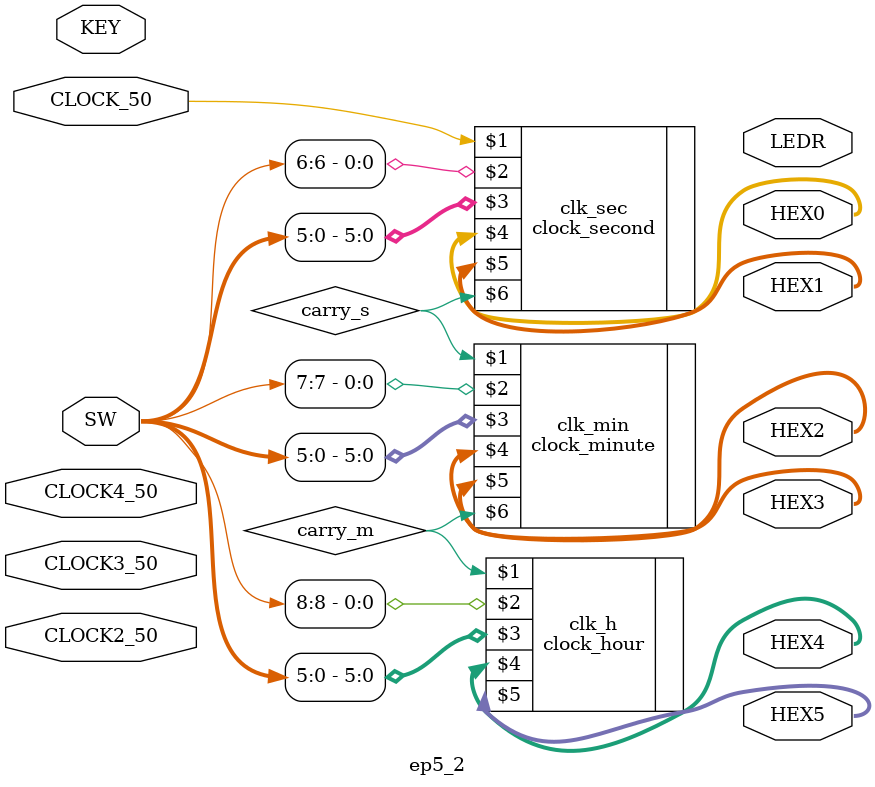
<source format=v>


module ep5_2(

	//////////// CLOCK //////////
	input 		          		CLOCK2_50,
	input 		          		CLOCK3_50,
	input 		          		CLOCK4_50,
	input 		          		CLOCK_50,

	//////////// KEY //////////
	input 		     [3:0]		KEY,

	//////////// SW //////////
	input 		     [9:0]		SW,

	//////////// LED //////////
	output		     [9:0]		LEDR,

	//////////// Seg7 //////////
	output		     [6:0]		HEX0,
	output		     [6:0]		HEX1,
	output		     [6:0]		HEX2,
	output		     [6:0]		HEX3,
	output		     [6:0]		HEX4,
	output		     [6:0]		HEX5
	
);

	wire carry_s;
	wire carry_m;

//=======================================================
//  REG/WIRE declarations
//=======================================================

clock_second clk_sec(CLOCK_50, SW[6], SW[5:0], HEX0[6:0], HEX1[6:0], carry_s);
clock_minute clk_min(carry_s, SW[7], SW[5:0], HEX2[6:0], HEX3[6:0], carry_m);
clock_hour clk_h(carry_m, SW[8], SW[5:0], HEX4[6:0], HEX5[6:0]);

//=======================================================
//  Structural coding
//=======================================================



endmodule

</source>
